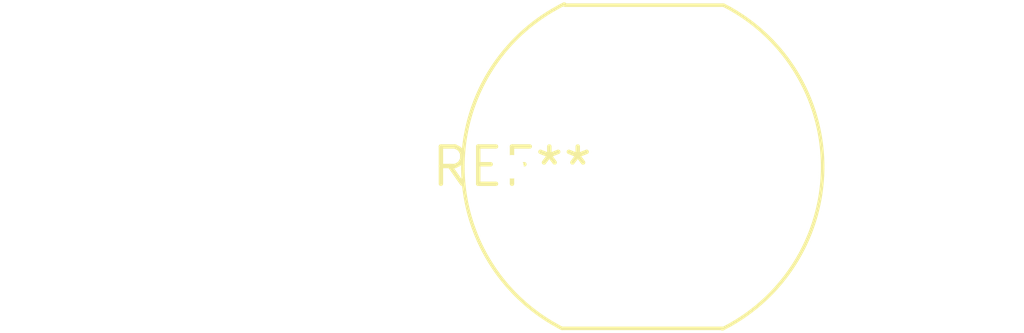
<source format=kicad_pcb>
(kicad_pcb (version 20240108) (generator pcbnew)
  (layers (0 "F.Cu" signal) (31 "B.Cu" signal) (34 "B.Paste" user) (35 "F.Paste" user) (36 "B.SilkS" user "B.Silkscreen") (37 "F.SilkS" user "F.Silkscreen") (38 "B.Mask" user) (39 "F.Mask" user) (44 "Edge.Cuts" user))
  (net 0 "")
  (footprint "R_LDR_12x10.8mm_P9.0mm_Vertical" (layer "F.Cu") (at 0 0)
    (property "Reference" "REF**")
    (property "Value" "R_LDR_12x10.8mm_P9.0mm_Vertical")
    (fp_line (start 1.8 -5.5) (end 7.2 -5.5) (layer "F.SilkS") (stroke (width 0.12)))
    (fp_line (start 7.2 5.5) (end 1.7 5.5) (layer "F.SilkS") (stroke (width 0.12)))
    (fp_arc (start 1.7 5.5) (mid -1.671546 -0.044886) (end 1.780295 -5.540145) (layer "F.SilkS") (stroke (width 0.12)))
    (fp_arc (start 7.2 -5.5) (mid 10.571669 0.022361) (end 7.160072 5.520145) (layer "F.SilkS") (stroke (width 0.12)))
    (pad "1" thru_hole circle (at 0 0) (size 1.6 1.6) (drill 0.8) (layers *.Cu *.Mask) (remove_unused_layers))
    (pad "2" thru_hole circle (at 9 0) (size 1.6 1.6) (drill 0.8) (layers *.Cu *.Mask) (remove_unused_layers))
  )
)
</source>
